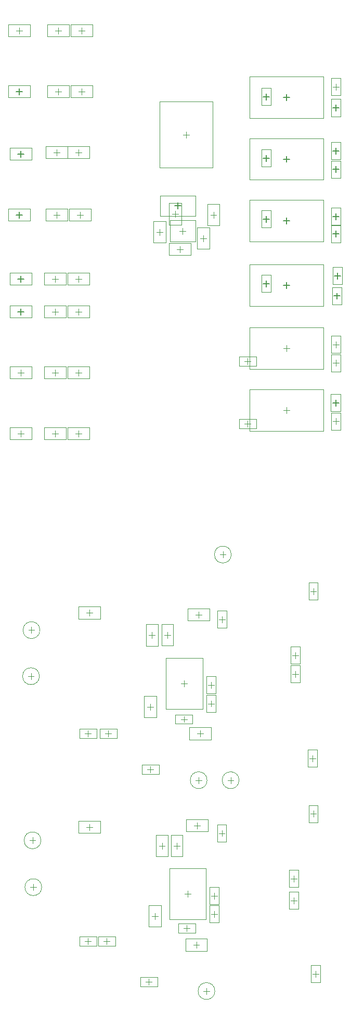
<source format=gbr>
G04 Layer_Color=32768*
%FSLAX26Y26*%
%MOIN*%
%TF.FileFunction,Other,Mechanical_15*%
%TF.Part,Single*%
G01*
G75*
%TA.AperFunction,NonConductor*%
%ADD67C,0.003937*%
%ADD70C,0.005000*%
%ADD76C,0.001968*%
D67*
X2025000Y1195315D02*
Y1234685D01*
X2005315Y1215000D02*
X2044685D01*
X2025000Y2620315D02*
Y2659685D01*
X2005315Y2640000D02*
X2044685D01*
X198316Y2391000D02*
X237686D01*
X218000Y2371316D02*
Y2410686D01*
X195316Y2096000D02*
X234686D01*
X215000Y2076316D02*
Y2115686D01*
X1365314Y5050000D02*
X1404684D01*
X1385000Y5030316D02*
Y5069686D01*
X1168048Y4946310D02*
X1207418D01*
X1187734Y4926624D02*
Y4965994D01*
X1320316Y80000D02*
X1359686D01*
X1340000Y60316D02*
Y99686D01*
X1880316Y660000D02*
X1919686D01*
X1900002Y640316D02*
Y679686D01*
X700000Y380316D02*
Y419686D01*
X680316Y400000D02*
X719686D01*
X580000Y380316D02*
Y419686D01*
X560316Y400000D02*
X599686D01*
X1890316Y2230000D02*
X1929686D01*
X1910000Y2210316D02*
Y2249686D01*
X1279818Y1728402D02*
X1319190D01*
X1299504Y1708718D02*
Y1748088D01*
X570332Y2503250D02*
X609702D01*
X590018Y2483566D02*
Y2522936D01*
X570316Y1130000D02*
X609686D01*
X590000Y1110316D02*
Y1149686D01*
X1255316Y375000D02*
X1294686D01*
X1275000Y355316D02*
Y394686D01*
X1425316Y2875000D02*
X1464686D01*
X1445000Y2855316D02*
Y2894686D01*
X1270316Y1430000D02*
X1309686D01*
X1290000Y1410316D02*
Y1449686D01*
X210316Y745000D02*
X249686D01*
X230000Y725316D02*
Y764686D01*
X205316Y1045000D02*
X244686D01*
X225000Y1025316D02*
Y1064686D01*
X1475316Y1430000D02*
X1514686D01*
X1495000Y1410316D02*
Y1449686D01*
X1190332Y5563250D02*
X1229702D01*
X1210018Y5543566D02*
Y5582936D01*
X1584818Y4111402D02*
X1624188D01*
X1604502Y4091718D02*
Y4131088D01*
X2169230Y4082058D02*
Y4121428D01*
X2149546Y4101744D02*
X2188916D01*
X2150314Y5870000D02*
X2189684D01*
X2170000Y5850316D02*
Y5889686D01*
X1584820Y3711404D02*
X1624190D01*
X1604504Y3691718D02*
Y3731088D01*
X2169230Y3708042D02*
Y3747412D01*
X2149546Y3727728D02*
X2188916D01*
X1834584Y4196508D02*
X1873954D01*
X1854270Y4176822D02*
Y4216192D01*
X1834584Y3798594D02*
X1873954D01*
X1854270Y3778908D02*
Y3818280D01*
X2150314Y4220000D02*
X2189684D01*
X2170000Y4200316D02*
Y4239686D01*
X710000Y1710316D02*
Y1749686D01*
X690316Y1730000D02*
X729686D01*
X1197504Y2028718D02*
Y2068088D01*
X1177820Y2048402D02*
X1217190D01*
X1349820Y1920402D02*
X1389190D01*
X1369504Y1900716D02*
Y1940086D01*
X1350314Y2040000D02*
X1389684D01*
X1370000Y2020316D02*
Y2059686D01*
X1370314Y690000D02*
X1409684D01*
X1390000Y670316D02*
Y709686D01*
X1369820Y573402D02*
X1409190D01*
X1389504Y553716D02*
Y593086D01*
X1418818Y1090402D02*
X1458188D01*
X1438504Y1070718D02*
Y1110088D01*
X1220018Y683566D02*
Y722936D01*
X1200332Y703250D02*
X1239702D01*
X2020314Y190000D02*
X2059684D01*
X2040000Y170314D02*
Y209686D01*
X1213504Y463716D02*
Y503088D01*
X1193818Y483402D02*
X1233188D01*
X1195504Y1800716D02*
Y1840088D01*
X1175818Y1820402D02*
X1215188D01*
X2000316Y1570000D02*
X2039686D01*
X2020000Y1550316D02*
Y1589686D01*
X960316Y1900000D02*
X999686D01*
X980000Y1880316D02*
Y1919686D01*
X1280000Y1120316D02*
Y1159686D01*
X1260316Y1140000D02*
X1299686D01*
X1290000Y2470316D02*
Y2509686D01*
X1270316Y2490000D02*
X1309686D01*
X990316Y560000D02*
X1029686D01*
X1010000Y540316D02*
Y579686D01*
X950316Y140000D02*
X989686D01*
X970000Y120316D02*
Y159686D01*
X1910000Y2090316D02*
Y2129686D01*
X1890316Y2110000D02*
X1929686D01*
X960316Y1500000D02*
X999686D01*
X980000Y1480316D02*
Y1519686D01*
X560316Y1730000D02*
X599686D01*
X580000Y1710316D02*
Y1749686D01*
X1900000Y780316D02*
Y819686D01*
X1880316Y800000D02*
X1919686D01*
X1420316Y2460000D02*
X1459686D01*
X1440000Y2440316D02*
Y2479686D01*
X120314Y6230000D02*
X159684D01*
X140000Y6210316D02*
Y6249686D01*
X370316Y6230000D02*
X409686D01*
X390000Y6210316D02*
Y6249686D01*
X540000Y6210316D02*
Y6249686D01*
X520316Y6230000D02*
X559686D01*
X370316Y5840000D02*
X409686D01*
X390000Y5820316D02*
Y5859686D01*
X540000Y5820316D02*
Y5859686D01*
X520316Y5840000D02*
X559686D01*
X360316Y5450000D02*
X399686D01*
X380000Y5430316D02*
Y5469686D01*
X520000Y5430316D02*
Y5469686D01*
X500316Y5450000D02*
X539686D01*
X360316Y5050000D02*
X399686D01*
X380000Y5030316D02*
Y5069686D01*
X530000Y5030316D02*
Y5069686D01*
X510316Y5050000D02*
X549686D01*
X350316Y4430000D02*
X389686D01*
X370000Y4410316D02*
Y4449686D01*
X520000Y4410316D02*
Y4449686D01*
X500316Y4430000D02*
X539686D01*
X350316Y4640000D02*
X389686D01*
X370000Y4620316D02*
Y4659686D01*
X520000Y4620316D02*
Y4659686D01*
X500316Y4640000D02*
X539686D01*
X150000Y4020316D02*
Y4059686D01*
X130316Y4040002D02*
X169686D01*
X350316Y4040000D02*
X389686D01*
X370000Y4020316D02*
Y4059686D01*
X520000Y4020316D02*
Y4059686D01*
X500316Y4040000D02*
X539686D01*
X150000Y3630316D02*
Y3669686D01*
X130316Y3650000D02*
X169686D01*
X350316D02*
X389686D01*
X370000Y3630316D02*
Y3669686D01*
X520000Y3630316D02*
Y3669686D01*
X500316Y3650000D02*
X539686D01*
X1020316Y4940000D02*
X1059686D01*
X1040000Y4920316D02*
Y4959686D01*
X1300316Y4900000D02*
X1339686D01*
X1320000Y4880316D02*
Y4919686D01*
X1170000Y4810316D02*
Y4849686D01*
X1150316Y4830000D02*
X1189686D01*
X1120134Y5055246D02*
X1159504D01*
X1139820Y5035562D02*
Y5074932D01*
X971314Y2359000D02*
X1010684D01*
X991000Y2339316D02*
Y2378686D01*
X1090000Y2340316D02*
Y2379686D01*
X1070316Y2360000D02*
X1109686D01*
X1150000Y990314D02*
Y1029684D01*
X1130314Y1010000D02*
X1169686D01*
X1035316Y1010000D02*
X1074686D01*
X1055000Y990314D02*
Y1029684D01*
D70*
X1724350Y4589930D02*
Y4629300D01*
X1704664Y4609616D02*
X1744034D01*
X1724350Y5003316D02*
Y5042686D01*
X1704664Y5023002D02*
X1744034D01*
X1724348Y5393082D02*
Y5432452D01*
X1704662Y5412768D02*
X1744032D01*
X1156238Y5088042D02*
Y5127412D01*
X1136554Y5107726D02*
X1175924D01*
X2169228Y5715918D02*
Y5755288D01*
X2149544Y5735602D02*
X2188914D01*
X2169230Y5322214D02*
Y5361584D01*
X2149544Y5341900D02*
X2188916D01*
X2177102Y4511190D02*
Y4550560D01*
X2157418Y4530876D02*
X2196788D01*
X2169230Y4908828D02*
Y4948198D01*
X2149544Y4928512D02*
X2188914D01*
X2149546Y3845838D02*
X2188916D01*
X2169230Y3826154D02*
Y3865524D01*
X2150314Y5460000D02*
X2189684D01*
X2170000Y5440316D02*
Y5479686D01*
X2160314Y4660000D02*
X2199684D01*
X2180000Y4640316D02*
Y4679686D01*
X2150314Y5040000D02*
X2189684D01*
X2170000Y5020316D02*
Y5059686D01*
X1724348Y5786782D02*
Y5826152D01*
X1704664Y5806468D02*
X1744034D01*
X1834584Y5801402D02*
X1873954D01*
X1854268Y5781716D02*
Y5821086D01*
X1834584Y5407042D02*
X1873954D01*
X1854268Y5387356D02*
Y5426728D01*
X1834584Y4598908D02*
X1873954D01*
X1854268Y4579222D02*
Y4618592D01*
X1834584Y5012686D02*
X1873954D01*
X1854268Y4993000D02*
Y5032370D01*
X140000Y5820314D02*
Y5859684D01*
X120314Y5840000D02*
X159686D01*
X150000Y5420316D02*
Y5459686D01*
X130316Y5440000D02*
X169686D01*
X140000Y5030318D02*
Y5069688D01*
X120314Y5050002D02*
X159684D01*
X150000Y4620318D02*
Y4659688D01*
X130314Y4640002D02*
X169684D01*
X150000Y4410316D02*
Y4449686D01*
X130314Y4430002D02*
X169686D01*
D76*
X271937Y2391000D02*
G03*
X271937Y2391000I-53937J0D01*
G01*
X268937Y2096000D02*
G03*
X268937Y2096000I-53937J0D01*
G01*
X1393937Y80000D02*
G03*
X1393937Y80000I-53937J0D01*
G01*
X1498937Y2875000D02*
G03*
X1498937Y2875000I-53937J0D01*
G01*
X1343937Y1430000D02*
G03*
X1343937Y1430000I-53937J0D01*
G01*
X283937Y745000D02*
G03*
X283937Y745000I-53937J0D01*
G01*
X278937Y1045000D02*
G03*
X278937Y1045000I-53937J0D01*
G01*
X1548937Y1430000D02*
G03*
X1548937Y1430000I-53937J0D01*
G01*
X1995473Y1159882D02*
X2054528D01*
X1995473Y1270118D02*
X2054528D01*
Y1159882D02*
Y1270118D01*
X1995473Y1159882D02*
Y1270118D01*
Y2584882D02*
X2054528D01*
X1995473Y2695118D02*
X2054528D01*
Y2584882D02*
Y2695118D01*
X1995473Y2584882D02*
Y2695118D01*
X1424370Y4981102D02*
Y5118898D01*
X1345630Y4981102D02*
Y5118898D01*
Y4981102D02*
X1424370D01*
X1345630Y5118898D02*
X1424370D01*
X1105056Y4877412D02*
Y5015208D01*
X1270410Y4877412D02*
Y5015208D01*
X1105056D02*
X1270410D01*
X1105056Y4877412D02*
X1270410D01*
X1929528Y604882D02*
Y715118D01*
X1870474Y604882D02*
Y715118D01*
Y604882D02*
X1929528D01*
X1870474Y715118D02*
X1929528D01*
X644882Y429528D02*
X755118D01*
X644882Y370474D02*
X755118D01*
Y429528D01*
X644882Y370474D02*
Y429528D01*
X524882Y370474D02*
X635118D01*
X524882Y429528D02*
X635118D01*
X524882Y370474D02*
Y429528D01*
X635118Y370474D02*
Y429528D01*
X1880472Y2174882D02*
Y2285118D01*
X1939528Y2174882D02*
Y2285118D01*
X1880472D02*
X1939528D01*
X1880472Y2174882D02*
X1939528D01*
X1368402Y1689032D02*
Y1767772D01*
X1230606Y1689032D02*
Y1767772D01*
X1368402D01*
X1230606Y1689032D02*
X1368402D01*
X521120Y2463880D02*
Y2542620D01*
X658914Y2463880D02*
Y2542620D01*
X521120Y2463880D02*
X658914D01*
X521120Y2542620D02*
X658914D01*
X521102Y1090630D02*
Y1169370D01*
X658898Y1090630D02*
Y1169370D01*
X521102Y1090630D02*
X658898D01*
X521102Y1169370D02*
X658898D01*
X1343898Y335630D02*
Y414370D01*
X1206102Y335630D02*
Y414370D01*
X1343898D01*
X1206102Y335630D02*
X1343898D01*
X1381278Y5350652D02*
Y5775850D01*
X1038758Y5350652D02*
Y5775850D01*
Y5350652D02*
X1381278D01*
X1038758Y5775850D02*
X1381278D01*
X1549384Y4081874D02*
Y4140930D01*
X1659620Y4081874D02*
Y4140930D01*
X1549384D02*
X1659620D01*
X1549384Y4081874D02*
X1659620D01*
X2139704Y4046626D02*
X2198758D01*
X2139704Y4156862D02*
X2198758D01*
X2139704Y4046626D02*
Y4156862D01*
X2198758Y4046626D02*
Y4156862D01*
X2138504Y5814882D02*
Y5925118D01*
X2201496Y5814882D02*
Y5925118D01*
X2138504Y5814882D02*
X2201496D01*
X2138504Y5925118D02*
X2201496D01*
X1549386Y3681876D02*
Y3740930D01*
X1659622Y3681876D02*
Y3740930D01*
X1549386D02*
X1659622D01*
X1549386Y3681876D02*
X1659622D01*
X1694822Y4664734D02*
X1753876D01*
X1694822Y4554496D02*
X1753876D01*
Y4664734D01*
X1694822Y4554496D02*
Y4664734D01*
Y5078120D02*
X1753878D01*
X1694822Y4967882D02*
X1753878D01*
Y5078120D01*
X1694822Y4967882D02*
Y5078120D01*
X1694820Y5467886D02*
X1753876D01*
X1694820Y5357648D02*
X1753876D01*
Y5467886D01*
X1694820Y5357648D02*
Y5467886D01*
X2139702Y3672610D02*
X2198758D01*
X2139702Y3782846D02*
X2198758D01*
X2139702Y3672610D02*
Y3782846D01*
X2198758Y3672610D02*
Y3782846D01*
X1618050Y4063830D02*
Y4329184D01*
X2090490Y4063830D02*
Y4329184D01*
X1618050Y4063830D02*
X2090096D01*
X1618050Y4329184D02*
X2090096D01*
X1618050Y3665916D02*
Y3931272D01*
X2090490Y3665916D02*
Y3931272D01*
X1618050Y3665916D02*
X2090096D01*
X1618050Y3931272D02*
X2090096D01*
X2138504Y4164882D02*
Y4275118D01*
X2201496Y4164882D02*
Y4275118D01*
X2138504Y4164882D02*
X2201496D01*
X2138504Y4275118D02*
X2201496D01*
X1044034Y5042766D02*
X1268444D01*
X1044034Y5172686D02*
X1268444D01*
Y5042766D02*
Y5172686D01*
X1044034Y5042766D02*
Y5172686D01*
X2139702Y5680484D02*
X2198756D01*
X2139702Y5790720D02*
X2198756D01*
X2139702Y5680484D02*
Y5790720D01*
X2198756Y5680484D02*
Y5790720D01*
X2139702Y5286782D02*
X2198758D01*
X2139702Y5397018D02*
X2198758D01*
X2139702Y5286782D02*
Y5397018D01*
X2198758Y5286782D02*
Y5397018D01*
X2147574Y4475758D02*
X2206630D01*
X2147574Y4585994D02*
X2206630D01*
X2147574Y4475758D02*
Y4585994D01*
X2206630Y4475758D02*
Y4585994D01*
X2139702Y4873394D02*
X2198758D01*
X2139702Y4983630D02*
X2198758D01*
X2139702Y4873394D02*
Y4983630D01*
X2198758Y4873394D02*
Y4983630D01*
X2137734Y3790720D02*
Y3900956D01*
X2200726Y3790720D02*
Y3900956D01*
X2137734Y3790720D02*
X2200726D01*
X2137734Y3900956D02*
X2200726D01*
X2138504Y5404882D02*
Y5515118D01*
X2201496Y5404882D02*
Y5515118D01*
X2138504Y5404882D02*
X2201496D01*
X2138504Y5515118D02*
X2201496D01*
X2148502Y4604882D02*
Y4715118D01*
X2211496Y4604882D02*
Y4715118D01*
X2148502Y4604882D02*
X2211496D01*
X2148502Y4715118D02*
X2211496D01*
X2138504Y4984882D02*
Y5095118D01*
X2201496Y4984882D02*
Y5095118D01*
X2138504Y4984882D02*
X2201496D01*
X2138504Y5095118D02*
X2201496D01*
X1694820Y5861586D02*
X1753876D01*
X1694820Y5751348D02*
X1753876D01*
Y5861586D01*
X1694820Y5751348D02*
Y5861586D01*
X1618048Y5668724D02*
Y5934078D01*
X2090490Y5668724D02*
Y5934078D01*
X1618048Y5668724D02*
X2090096D01*
X1618048Y5934078D02*
X2090096D01*
X1618048Y5274364D02*
Y5539720D01*
X2090490Y5274364D02*
Y5539720D01*
X1618048Y5274364D02*
X2090096D01*
X1618048Y5539720D02*
X2090096D01*
X1618048Y4466230D02*
Y4731584D01*
X2090490Y4466230D02*
Y4731584D01*
X1618048Y4466230D02*
X2090096D01*
X1618048Y4731584D02*
X2090096D01*
X1618048Y4880008D02*
Y5145364D01*
X2090490Y4880008D02*
Y5145364D01*
X1618048Y4880008D02*
X2090096D01*
X1618048Y5145364D02*
X2090096D01*
X654882Y1759528D02*
X765118D01*
X654882Y1700472D02*
X765118D01*
Y1759528D01*
X654882Y1700472D02*
Y1759528D01*
X1079394Y2211788D02*
X1315614D01*
X1079394Y1885016D02*
X1315614D01*
X1079394D02*
Y2211788D01*
X1315614Y1885016D02*
Y2211788D01*
X1399032Y1865284D02*
Y1975520D01*
X1339978Y1865284D02*
Y1975520D01*
Y1865284D02*
X1399032D01*
X1339978Y1975520D02*
X1399032D01*
X1399526Y1984882D02*
Y2095118D01*
X1340472Y1984882D02*
Y2095118D01*
Y1984882D02*
X1399526D01*
X1340472Y2095118D02*
X1399526D01*
X1419526Y634882D02*
Y745118D01*
X1360472Y634882D02*
Y745118D01*
Y634882D02*
X1419526D01*
X1360472Y745118D02*
X1419526D01*
X1419032Y518284D02*
Y628520D01*
X1359978Y518284D02*
Y628520D01*
Y518284D02*
X1419032D01*
X1359978Y628520D02*
X1419032D01*
X1468030Y1035284D02*
Y1145520D01*
X1408976Y1035284D02*
Y1145520D01*
Y1035284D02*
X1468030D01*
X1408976Y1145520D02*
X1468030D01*
X1101908Y866636D02*
X1338128D01*
X1101908Y539864D02*
X1338128D01*
X1101908D02*
Y866636D01*
X1338128Y539864D02*
Y866636D01*
X2010472Y134882D02*
Y245118D01*
X2069526Y134882D02*
Y245118D01*
X2010472D02*
X2069526D01*
X2010472Y134882D02*
X2069526D01*
X1158386Y453874D02*
X1268622D01*
X1158386Y512930D02*
X1268622D01*
X1158386Y453874D02*
Y512930D01*
X1268622Y453874D02*
Y512930D01*
X1140386Y1790874D02*
X1250622D01*
X1140386Y1849930D02*
X1250622D01*
X1140386Y1790874D02*
Y1849930D01*
X1250622Y1790874D02*
Y1849930D01*
X1990474Y1514882D02*
Y1625118D01*
X2049528Y1514882D02*
Y1625118D01*
X1990474D02*
X2049528D01*
X1990474Y1514882D02*
X2049528D01*
X1019370Y1831102D02*
Y1968898D01*
X940630Y1831102D02*
Y1968898D01*
Y1831102D02*
X1019370D01*
X940630Y1968898D02*
X1019370D01*
X1211102Y1179370D02*
X1348898D01*
X1211102Y1100630D02*
X1348898D01*
Y1179370D01*
X1211102Y1100630D02*
Y1179370D01*
X1221102Y2529370D02*
X1358898D01*
X1221102Y2450630D02*
X1358898D01*
Y2529370D01*
X1221102Y2450630D02*
Y2529370D01*
X1049370Y491102D02*
Y628898D01*
X970630Y491102D02*
Y628898D01*
Y491102D02*
X1049370D01*
X970630Y628898D02*
X1049370D01*
X1025118Y110472D02*
Y169528D01*
X914882Y110472D02*
Y169528D01*
X1025118D01*
X914882Y110472D02*
X1025118D01*
X1880472Y2165118D02*
X1939528D01*
X1880472Y2054882D02*
X1939528D01*
X1880472D02*
Y2165118D01*
X1939528Y2054882D02*
Y2165118D01*
X1035118Y1470472D02*
Y1529528D01*
X924882Y1470472D02*
Y1529528D01*
X1035118D01*
X924882Y1470472D02*
X1035118D01*
X635118Y1700472D02*
Y1759528D01*
X524882Y1700472D02*
Y1759528D01*
X635118D01*
X524882Y1700472D02*
X635118D01*
X1870472Y744882D02*
X1929528D01*
X1870472Y855118D02*
X1929528D01*
Y744882D02*
Y855118D01*
X1870472Y744882D02*
Y855118D01*
X1469528Y2404882D02*
Y2515118D01*
X1410472Y2404882D02*
Y2515118D01*
Y2404882D02*
X1469528D01*
X1410472Y2515118D02*
X1469528D01*
X208898Y6192600D02*
Y6267402D01*
X71102Y6192600D02*
Y6267402D01*
X208898D01*
X71102Y6192600D02*
X208898D01*
X321102Y6192598D02*
Y6267402D01*
X458898Y6192598D02*
Y6267402D01*
X321102Y6192598D02*
X458898D01*
X321102Y6267402D02*
X458898D01*
X471102Y6269370D02*
X608898D01*
X471102Y6190630D02*
X608898D01*
Y6269370D01*
X471102Y6190630D02*
Y6269370D01*
X71102Y5802598D02*
X208898D01*
X71102Y5877402D02*
X208898D01*
X71102Y5802598D02*
Y5877402D01*
X208898Y5802598D02*
Y5877402D01*
X321102Y5802598D02*
Y5877402D01*
X458898Y5802598D02*
Y5877402D01*
X321102Y5802598D02*
X458898D01*
X321102Y5877402D02*
X458898D01*
X471102Y5879370D02*
X608898D01*
X471102Y5800630D02*
X608898D01*
Y5879370D01*
X471102Y5800630D02*
Y5879370D01*
X311102Y5412598D02*
Y5487402D01*
X448898Y5412598D02*
Y5487402D01*
X311102Y5412598D02*
X448898D01*
X311102Y5487402D02*
X448898D01*
X81102Y5402598D02*
X218898D01*
X81102Y5477402D02*
X218898D01*
X81102Y5402598D02*
Y5477402D01*
X218898Y5402598D02*
Y5477402D01*
X451102Y5489370D02*
X588898D01*
X451102Y5410630D02*
X588898D01*
Y5489370D01*
X451102Y5410630D02*
Y5489370D01*
X71102Y5012600D02*
X208898D01*
X71102Y5087404D02*
X208898D01*
X71102Y5012600D02*
Y5087404D01*
X208898Y5012600D02*
Y5087404D01*
X311102Y5012598D02*
Y5087402D01*
X448898Y5012598D02*
Y5087402D01*
X311102Y5012598D02*
X448898D01*
X311102Y5087402D02*
X448898D01*
X461102Y5089370D02*
X598898D01*
X461102Y5010630D02*
X598898D01*
Y5089370D01*
X461102Y5010630D02*
Y5089370D01*
X81102Y4602600D02*
X218898D01*
X81102Y4677404D02*
X218898D01*
X81102Y4602600D02*
Y4677404D01*
X218898Y4602600D02*
Y4677404D01*
X81102Y4392600D02*
X218898D01*
X81102Y4467404D02*
X218898D01*
X81102Y4392600D02*
Y4467404D01*
X218898Y4392600D02*
Y4467404D01*
X301102Y4392598D02*
Y4467402D01*
X438898Y4392598D02*
Y4467402D01*
X301102Y4392598D02*
X438898D01*
X301102Y4467402D02*
X438898D01*
X451102Y4469370D02*
X588898D01*
X451102Y4390630D02*
X588898D01*
Y4469370D01*
X451102Y4390630D02*
Y4469370D01*
X301102Y4602598D02*
Y4677402D01*
X438898Y4602598D02*
Y4677402D01*
X301102Y4602598D02*
X438898D01*
X301102Y4677402D02*
X438898D01*
X451102Y4679370D02*
X588898D01*
X451102Y4600630D02*
X588898D01*
Y4679370D01*
X451102Y4600630D02*
Y4679370D01*
X81102Y4002600D02*
X218898D01*
X81102Y4077402D02*
X218898D01*
X81102Y4002600D02*
Y4077402D01*
X218898Y4002600D02*
Y4077402D01*
X301102Y4002598D02*
Y4077402D01*
X438898Y4002598D02*
Y4077402D01*
X301102Y4002598D02*
X438898D01*
X301102Y4077402D02*
X438898D01*
X451102Y4079370D02*
X588898D01*
X451102Y4000630D02*
X588898D01*
Y4079370D01*
X451102Y4000630D02*
Y4079370D01*
X81102Y3612600D02*
X218898D01*
X81102Y3687402D02*
X218898D01*
X81102Y3612600D02*
Y3687402D01*
X218898Y3612600D02*
Y3687402D01*
X301102Y3612598D02*
Y3687402D01*
X438898Y3612598D02*
Y3687402D01*
X301102Y3612598D02*
X438898D01*
X301102Y3687402D02*
X438898D01*
X451102Y3689370D02*
X588898D01*
X451102Y3610630D02*
X588898D01*
Y3689370D01*
X451102Y3610630D02*
Y3689370D01*
X1079370Y4871102D02*
Y5008898D01*
X1000630Y4871102D02*
Y5008898D01*
X1079370D01*
X1000630Y4871102D02*
X1079370D01*
X1280630Y4831102D02*
Y4968898D01*
X1359370Y4831102D02*
Y4968898D01*
X1280630Y4831102D02*
X1359370D01*
X1280630Y4968898D02*
X1359370D01*
X1101102Y4869370D02*
X1238898D01*
X1101102Y4790630D02*
X1238898D01*
X1101102D02*
Y4869370D01*
X1238898Y4790630D02*
Y4869370D01*
X1179190Y4986348D02*
Y5124144D01*
X1100450Y4986348D02*
Y5124144D01*
Y4986348D02*
X1179190D01*
X1100450Y5124144D02*
X1179190D01*
X951630Y2290102D02*
Y2427898D01*
X1030370Y2290102D02*
Y2427898D01*
X951630Y2290102D02*
X1030370D01*
X951630Y2427898D02*
X1030370D01*
X1052598Y2428898D02*
X1127402D01*
X1052598Y2291102D02*
X1127402D01*
Y2428898D01*
X1052598Y2291102D02*
Y2428898D01*
X1112598Y1078898D02*
X1187402D01*
X1112598Y941102D02*
X1187402D01*
Y1078898D01*
X1112598Y941102D02*
Y1078898D01*
X1015630Y941102D02*
Y1078898D01*
X1094370Y941102D02*
Y1078898D01*
X1015630Y941102D02*
X1094370D01*
X1015630Y1078898D02*
X1094370D01*
%TF.MD5,a2fda0cc6444834b27f1baaf2da10f03*%
M02*

</source>
